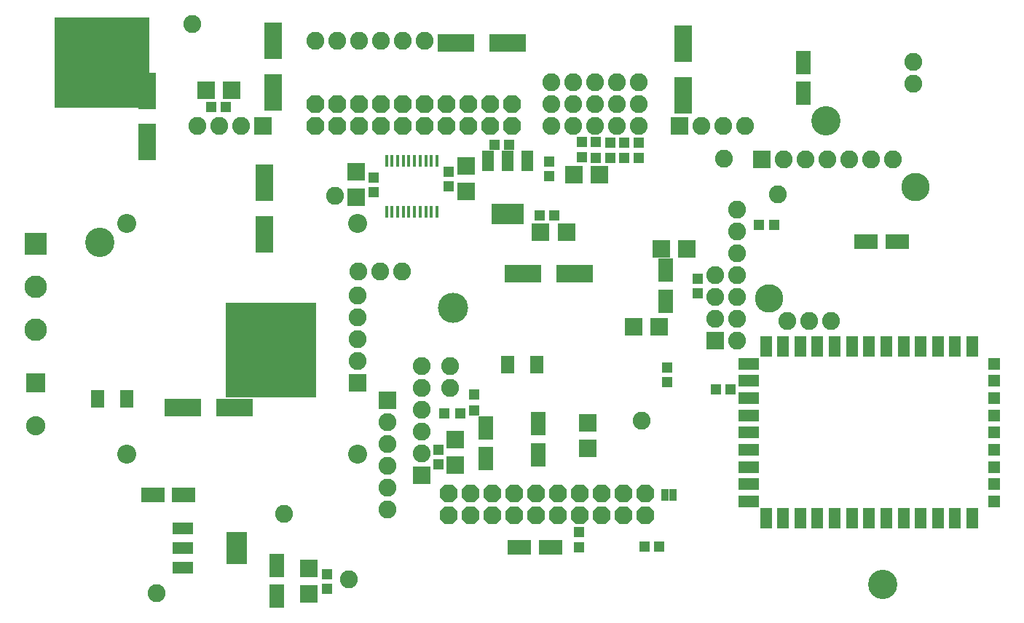
<source format=gbs>
G75*
G70*
%OFA0B0*%
%FSLAX24Y24*%
%IPPOS*%
%LPD*%
%AMOC8*
5,1,8,0,0,1.08239X$1,22.5*
%
%ADD10C,0.1340*%
%ADD11R,0.0560X0.0960*%
%ADD12R,0.1497X0.0946*%
%ADD13R,0.0960X0.0560*%
%ADD14R,0.0946X0.1497*%
%ADD15R,0.0474X0.0474*%
%ADD16R,0.0820X0.0820*%
%ADD17C,0.0820*%
%ADD18C,0.1380*%
%ADD19C,0.0867*%
%ADD20C,0.1300*%
%ADD21R,0.4178X0.4332*%
%ADD22R,0.4332X0.4178*%
%ADD23R,0.1655X0.0789*%
%ADD24R,0.0789X0.1655*%
%ADD25R,0.0513X0.0513*%
%ADD26R,0.0789X0.0828*%
%ADD27R,0.0880X0.0880*%
%ADD28C,0.0880*%
%ADD29R,0.0828X0.0789*%
%ADD30R,0.0631X0.0789*%
%ADD31R,0.1104X0.0710*%
%ADD32R,0.0710X0.1104*%
%ADD33R,0.1030X0.1030*%
%ADD34C,0.1030*%
%ADD35OC8,0.0820*%
%ADD36R,0.0946X0.0552*%
%ADD37R,0.0552X0.0946*%
%ADD38R,0.0552X0.0552*%
%ADD39R,0.0178X0.0580*%
%ADD40R,0.0330X0.0580*%
D10*
X005166Y017168D03*
X038406Y022750D03*
X041009Y001518D03*
D11*
X024738Y020918D03*
X023828Y020918D03*
X022918Y020918D03*
D12*
X023828Y018478D03*
D13*
X008980Y004082D03*
X008980Y003172D03*
X008980Y002262D03*
D14*
X011420Y003172D03*
D15*
X020942Y009337D03*
X021650Y009337D03*
X022308Y009486D03*
X022308Y010195D03*
X027107Y003904D03*
X027107Y003195D03*
X035316Y017986D03*
X036024Y017986D03*
X029843Y021049D03*
X029174Y021046D03*
X028524Y021046D03*
X027867Y021053D03*
X027217Y021061D03*
X027217Y021770D03*
X027867Y021762D03*
X028524Y021754D03*
X029174Y021754D03*
X029843Y021758D03*
D16*
X031701Y022502D03*
X035473Y020971D03*
X033343Y012660D03*
X019914Y006518D03*
X018320Y009947D03*
X016961Y010744D03*
X012643Y022512D03*
D17*
X007757Y001120D03*
X013583Y004742D03*
X018320Y004947D03*
X018320Y005947D03*
X018320Y006947D03*
X019914Y007518D03*
X018320Y007947D03*
X018320Y008947D03*
X019914Y008518D03*
X019914Y009518D03*
X019914Y010518D03*
X021201Y010522D03*
X021201Y011522D03*
X019914Y011518D03*
X016961Y011744D03*
X016961Y012744D03*
X016961Y013744D03*
X016961Y014744D03*
X016984Y015854D03*
X017984Y015854D03*
X018984Y015854D03*
X015946Y019309D03*
X011643Y022512D03*
X010643Y022512D03*
X009643Y022512D03*
X015034Y026420D03*
X016034Y026420D03*
X017034Y026420D03*
X018034Y026420D03*
X019034Y026420D03*
X020034Y026420D03*
X025827Y024502D03*
X026827Y024502D03*
X027827Y024502D03*
X028827Y024502D03*
X029827Y024502D03*
X029827Y023502D03*
X028827Y023502D03*
X027827Y023502D03*
X026827Y023502D03*
X025827Y023502D03*
X025827Y022502D03*
X026827Y022502D03*
X027827Y022502D03*
X028827Y022502D03*
X029827Y022502D03*
X032701Y022502D03*
X033701Y022502D03*
X034701Y022502D03*
X033741Y021006D03*
X036182Y019388D03*
X034347Y018679D03*
X034347Y017679D03*
X034347Y016679D03*
X034347Y015679D03*
X033343Y015660D03*
X033343Y014660D03*
X034347Y014679D03*
X034339Y013679D03*
X033343Y013660D03*
X034339Y012679D03*
X036634Y013573D03*
X037634Y013573D03*
X038634Y013573D03*
X029961Y008994D03*
X016575Y001750D03*
X036473Y020971D03*
X037473Y020971D03*
X038473Y020971D03*
X039473Y020971D03*
X040473Y020971D03*
X041473Y020971D03*
X042398Y024447D03*
X042398Y025447D03*
X009410Y027183D03*
D18*
X021343Y014160D03*
D19*
X016961Y018034D03*
X006410Y018034D03*
X006410Y007483D03*
X016961Y007483D03*
D20*
X035804Y014609D03*
X042497Y019711D03*
D21*
X012985Y012238D03*
D22*
X005249Y025396D03*
D23*
X021460Y026319D03*
X023823Y026319D03*
X024536Y015758D03*
X026898Y015758D03*
X011323Y009620D03*
X008961Y009620D03*
D24*
X012697Y017553D03*
X012697Y019916D03*
X007319Y021762D03*
X007319Y024124D03*
X013107Y024049D03*
X013107Y026412D03*
X031871Y026266D03*
X031871Y023904D03*
D25*
X025741Y020864D03*
X025741Y020195D03*
X023898Y021656D03*
X023229Y021656D03*
X021115Y020420D03*
X021115Y019750D03*
X017713Y019475D03*
X017713Y020144D03*
X010930Y023384D03*
X010260Y023384D03*
X025288Y018408D03*
X025957Y018408D03*
X032520Y015506D03*
X032520Y014837D03*
X031115Y011451D03*
X031115Y010782D03*
X033375Y010443D03*
X034044Y010443D03*
X030776Y003242D03*
X030107Y003242D03*
X020658Y006994D03*
X020658Y007664D03*
X015553Y001979D03*
X015553Y001310D03*
D26*
X014720Y001061D03*
X014720Y002242D03*
X021442Y006967D03*
X021442Y008148D03*
X027512Y007742D03*
X027512Y008923D03*
X016890Y019227D03*
X016890Y020408D03*
X021946Y020675D03*
X021946Y019494D03*
D27*
X002229Y010734D03*
D28*
X002229Y008766D03*
D29*
X025339Y017648D03*
X026520Y017648D03*
X030859Y016892D03*
X032040Y016892D03*
X028032Y020270D03*
X026851Y020270D03*
X029583Y013297D03*
X030764Y013297D03*
X011197Y024156D03*
X010016Y024156D03*
D30*
X023827Y011569D03*
X025166Y011569D03*
X006410Y009999D03*
X005071Y009999D03*
D31*
X007581Y005612D03*
X008998Y005612D03*
X024379Y003207D03*
X025796Y003207D03*
X040241Y017195D03*
X041658Y017195D03*
D32*
X031056Y015896D03*
X031056Y014479D03*
X025241Y008872D03*
X025241Y007455D03*
X022839Y007262D03*
X022839Y008679D03*
X013262Y002391D03*
X013262Y000974D03*
X037367Y023998D03*
X037367Y025416D03*
D33*
X002229Y017120D03*
D34*
X002229Y015152D03*
X002229Y013183D03*
D35*
X015024Y022518D03*
X016024Y022518D03*
X017024Y022518D03*
X018024Y022518D03*
X019024Y022518D03*
X020024Y022518D03*
X021024Y022518D03*
X022024Y022518D03*
X023024Y022518D03*
X024024Y022518D03*
X024024Y023518D03*
X023024Y023518D03*
X022024Y023518D03*
X021024Y023518D03*
X020024Y023518D03*
X019024Y023518D03*
X018024Y023518D03*
X017024Y023518D03*
X016024Y023518D03*
X015024Y023518D03*
X021142Y005687D03*
X022142Y005687D03*
X023142Y005687D03*
X024142Y005687D03*
X025142Y005687D03*
X026142Y005687D03*
X027142Y005687D03*
X028142Y005687D03*
X029142Y005687D03*
X030142Y005687D03*
X030142Y004687D03*
X029142Y004687D03*
X028142Y004687D03*
X027142Y004687D03*
X026142Y004687D03*
X025142Y004687D03*
X024142Y004687D03*
X023142Y004687D03*
X022142Y004687D03*
X021142Y004687D03*
D36*
X034863Y005317D03*
X034863Y006105D03*
X034863Y006892D03*
X034863Y007679D03*
X034863Y008467D03*
X034863Y009254D03*
X034863Y010042D03*
X034863Y010829D03*
X034863Y011616D03*
D37*
X035650Y012404D03*
X036438Y012404D03*
X037225Y012404D03*
X038012Y012404D03*
X038800Y012404D03*
X039587Y012404D03*
X040375Y012404D03*
X041162Y012404D03*
X041949Y012404D03*
X042737Y012404D03*
X043524Y012404D03*
X044312Y012404D03*
X045099Y012404D03*
X045099Y004530D03*
X044312Y004530D03*
X043524Y004530D03*
X042737Y004530D03*
X041949Y004530D03*
X041162Y004530D03*
X040375Y004530D03*
X039587Y004530D03*
X038800Y004530D03*
X038012Y004530D03*
X037225Y004530D03*
X036438Y004530D03*
X035650Y004530D03*
D38*
X046083Y005317D03*
X046083Y006105D03*
X046083Y006892D03*
X046083Y007679D03*
X046083Y008467D03*
X046083Y009254D03*
X046083Y010042D03*
X046083Y010829D03*
X046083Y011616D03*
D39*
X020593Y018589D03*
X020337Y018589D03*
X020081Y018589D03*
X019825Y018589D03*
X019570Y018589D03*
X019314Y018589D03*
X019058Y018589D03*
X018802Y018589D03*
X018546Y018589D03*
X018290Y018589D03*
X018290Y020914D03*
X018546Y020914D03*
X018802Y020914D03*
X019058Y020914D03*
X019314Y020914D03*
X019570Y020914D03*
X019825Y020914D03*
X020081Y020914D03*
X020337Y020914D03*
X020593Y020914D03*
D40*
X031040Y005601D03*
X031394Y005601D03*
M02*

</source>
